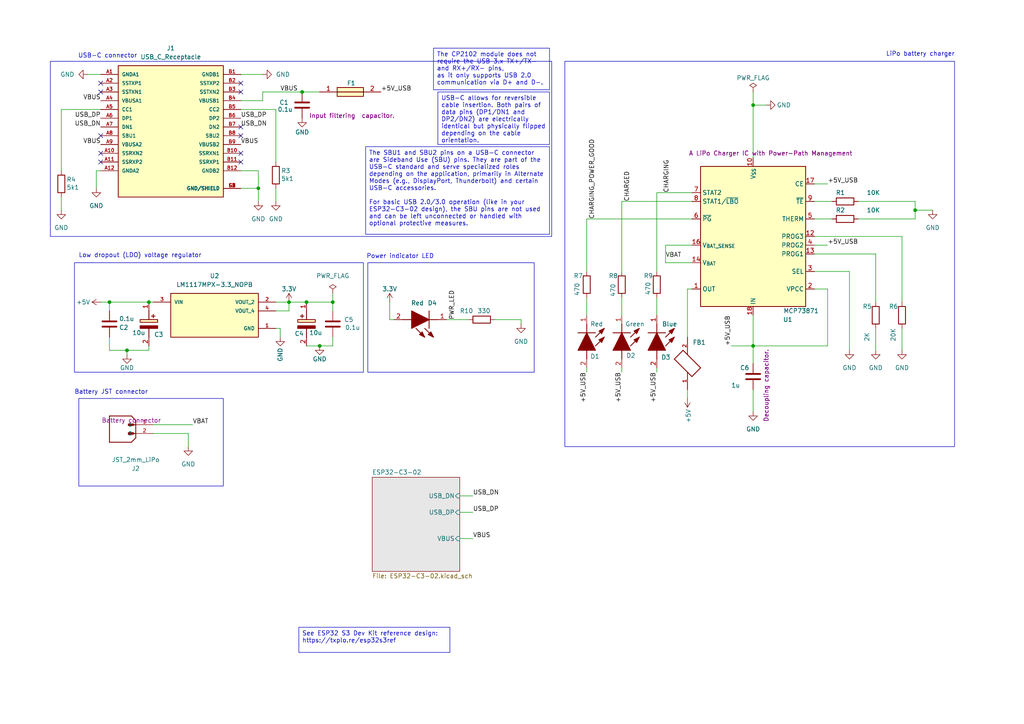
<source format=kicad_sch>
(kicad_sch (version 20250114) (generator "eeschema") (generator_version "9.0")
  (paper "A4")
  (title_block (title "ESP32 sensor board") (date "2024-11-22") (rev "1") (company "Tech Explorations") (comment 1 "Power and battery management"))
  (lib_symbols
    (symbol "B2B-PH-SM4-TB:B2B-PH-SM4-TB" (pin_names (offset 1.016))
      (property "Reference" "J" (at 0 6.35 0))
      (property "Value" "B2B-PH-SM4-TB" (at 0 -5.08 0))
      (symbol "B2B-PH-SM4-TB_0_0"
        (polyline (pts (xy 0 3.81) (xy 0 2.54)) (stroke (width 0.254)))
        (polyline (pts (xy 0 3.81) (xy 1.27 5.08)) (stroke (width 0.254)))
        (polyline (pts (xy 0 2.54) (xy 0 -1.27)) (stroke (width 0.254)))
        (polyline (pts (xy 0 2.54) (xy 1.905 2.54)) (stroke (width 0.254)))
        (polyline (pts (xy 0 0) (xy 1.905 0)) (stroke (width 0.254)))
        (polyline (pts (xy 0 -1.27) (xy 1.27 -2.54)) (stroke (width 0.254)))
        (rectangle (start 0.635 2.2225) (end 2.2225 2.8575) (stroke (width 0.1)) (fill (type outline)))
        (rectangle (start 0.635 -0.3175) (end 2.2225 0.3175) (stroke (width 0.1)) (fill (type outline)))
        (polyline (pts (xy 1.27 -2.54) (xy 7.62 -2.54)) (stroke (width 0.254)))
        (polyline (pts (xy 7.62 5.08) (xy 1.27 5.08)) (stroke (width 0.254)))
        (polyline (pts (xy 7.62 -2.54) (xy 7.62 5.08)) (stroke (width 0.254)))
        (pin passive line (at -5.08 2.54 0) (length 5.08) (name "1") (number "1"))
        (pin passive line (at -5.08 0 0) (length 5.08) (name "2") (number "2"))
      )
    )
    (symbol "Battery_Management:MCP73871"
      (property "Reference" "U" (at -7.62 24.13 0))
      (property "Value" "MCP73871" (at -15.24 21.59 0))
      (symbol "MCP73871_0_1"
        (rectangle (start -15.24 20.32) (end 15.24 -20.32) (stroke (width 0.254)) (fill (type background)))
      )
      (symbol "MCP73871_1_1"
        (pin input line (at -17.78 15.24 0) (length 2.54) (name "VPCC") (number "2"))
        (pin input line (at -17.78 10.16 0) (length 2.54) (name "SEL") (number "3"))
        (pin bidirectional line (at -17.78 5.08 0) (length 2.54) (name "PROG1") (number "13"))
        (pin input line (at -17.78 2.54 0) (length 2.54) (name "PROG2") (number "4"))
        (pin bidirectional line (at -17.78 0 0) (length 2.54) (name "PROG3") (number "12"))
        (pin bidirectional line (at -17.78 -5.08 0) (length 2.54) (name "THERM") (number "5"))
        (pin input line (at -17.78 -10.16 0) (length 2.54) (name "~{TE}") (number "9"))
        (pin input line (at -17.78 -15.24 0) (length 2.54) (name "CE") (number "17"))
        (pin power_in line (at 0 22.86 270) (length 2.54) (name "IN") (number "18"))
        (pin passive line (at 0 22.86 270) (length 2.54) (hide yes) (name "IN") (number "19"))
        (pin power_in line (at 0 -22.86 90) (length 2.54) (name "V_{SS}") (number "10"))
        (pin passive line (at 0 -22.86 90) (length 2.54) (hide yes) (name "V_{SS}") (number "11"))
        (pin passive line (at 0 -22.86 90) (length 2.54) (hide yes) (name "V_{SS}") (number "21"))
        (pin power_out line (at 17.78 15.24 180) (length 2.54) (name "OUT") (number "1"))
        (pin passive line (at 17.78 15.24 180) (length 2.54) (hide yes) (name "OUT") (number "20"))
        (pin power_out line (at 17.78 7.62 180) (length 2.54) (name "V_{BAT}") (number "14"))
        (pin passive line (at 17.78 7.62 180) (length 2.54) (hide yes) (name "V_{BAT}") (number "15"))
        (pin input line (at 17.78 2.54 180) (length 2.54) (name "V_{BAT_SENSE}") (number "16"))
        (pin open_collector line (at 17.78 -5.08 180) (length 2.54) (name "~{PG}") (number "6"))
        (pin open_collector line (at 17.78 -10.16 180) (length 2.54) (name "STAT1/~{LBO}") (number "8"))
        (pin open_collector line (at 17.78 -12.7 180) (length 2.54) (name "STAT2") (number "7"))
      )
    )
    (symbol "Device:R" (pin_numbers (hide yes)) (pin_names (offset 0))
      (property "Reference" "R" (at 2.032 0 90))
      (property "Value" "R" (at 0 0 90))
      (symbol "R_0_1"
        (rectangle (start -1.016 -2.54) (end 1.016 2.54) (stroke (width 0.254)))
      )
      (symbol "R_1_1"
        (pin passive line (at 0 3.81 270) (length 1.27) (name "~") (number "1"))
        (pin passive line (at 0 -3.81 90) (length 1.27) (name "~") (number "2"))
      )
    )
    (symbol "FBMJ2125HM330-T:FBMJ2125HM330-T" (pin_names (offset 1.016))
      (property "Reference" "FB" (at -7.6244 5.0815 0))
      (property "Value" "FBMJ2125HM330-T" (at -7.63 -7.6266 0))
      (symbol "FBMJ2125HM330-T_0_0"
        (polyline (pts (xy -3.81 -1.27) (xy -1.27 -3.81)) (stroke (width 0.254)))
        (polyline (pts (xy -1.27 -3.81) (xy 3.81 1.27)) (stroke (width 0.254)))
        (polyline (pts (xy 1.27 3.81) (xy -3.81 -1.27)) (stroke (width 0.254)))
        (polyline (pts (xy 3.81 1.27) (xy 1.27 3.81)) (stroke (width 0.254)))
        (pin passive line (at -7.62 0 0) (length 5.08) (name "~") (number "1"))
        (pin passive line (at 7.62 0 180) (length 5.08) (name "~") (number "2"))
      )
    )
    (symbol "LM1117MPX-3.3_NOPB:LM1117MPX-3.3_NOPB" (pin_names (offset 1.016))
      (property "Reference" "VR" (at -12.7 6.08 0))
      (property "Value" "LM1117MPX-3.3_NOPB" (at -12.7 -9.08 0))
      (symbol "LM1117MPX-3.3_NOPB_0_0"
        (rectangle (start -12.7 -7.62) (end 12.7 5.08) (stroke (width 0.254)) (fill (type background)))
        (pin input line (at -17.78 2.54 0) (length 5.08) (name "VIN") (number "3"))
        (pin output line (at 17.78 2.54 180) (length 5.08) (name "VOUT_2") (number "2"))
        (pin output line (at 17.78 0 180) (length 5.08) (name "VOUT_4") (number "4"))
        (pin power_in line (at 17.78 -5.08 180) (length 5.08) (name "GND") (number "1"))
      )
    )
    (symbol "LTST-C170GKT:LTST-C170GKT" (pin_names (hide yes))
      (property "Reference" "LED" (at 12.7 8.89 0))
      (property "Value" "LTST-C170GKT" (at 12.7 6.35 0))
      (symbol "LTST-C170GKT_1_1"
        (polyline (pts (xy 2.54 0) (xy 5.08 0)) (stroke (width 0.254)))
        (polyline (pts (xy 5.08 2.54) (xy 5.08 -2.54)) (stroke (width 0.254)))
        (polyline (pts (xy 5.08 0) (xy 10.16 2.54) (xy 10.16 -2.54) (xy 5.08 0)) (stroke (width 0.254)) (fill (type outline)))
        (polyline (pts (xy 5.334 4.318) (xy 4.572 3.556) (xy 3.81 5.08) (xy 5.334 4.318)) (stroke (width 0.254)) (fill (type outline)))
        (polyline (pts (xy 6.35 2.54) (xy 3.81 5.08)) (stroke (width 0.254)))
        (polyline (pts (xy 7.874 4.318) (xy 7.112 3.556) (xy 6.35 5.08) (xy 7.874 4.318)) (stroke (width 0.254)) (fill (type outline)))
        (polyline (pts (xy 8.89 2.54) (xy 6.35 5.08)) (stroke (width 0.254)))
        (polyline (pts (xy 10.16 0) (xy 12.7 0)) (stroke (width 0.254)))
        (pin passive line (at 0 0 0) (length 2.54) (name "K") (number "1"))
        (pin passive line (at 15.24 0 180) (length 2.54) (name "A") (number "2"))
      )
    )
    (symbol "LTST-C170KRKT:LTST-C170KRKT" (pin_names (hide yes))
      (property "Reference" "LED" (at 12.7 8.89 0))
      (property "Value" "LTST-C170KRKT" (at 12.7 6.35 0))
      (symbol "LTST-C170KRKT_1_1"
        (polyline (pts (xy 2.54 0) (xy 5.08 0)) (stroke (width 0.254)))
        (polyline (pts (xy 5.08 2.54) (xy 5.08 -2.54)) (stroke (width 0.254)))
        (polyline (pts (xy 5.08 0) (xy 10.16 2.54) (xy 10.16 -2.54) (xy 5.08 0)) (stroke (width 0.254)) (fill (type outline)))
        (polyline (pts (xy 5.334 4.318) (xy 4.572 3.556) (xy 3.81 5.08) (xy 5.334 4.318)) (stroke (width 0.254)) (fill (type outline)))
        (polyline (pts (xy 6.35 2.54) (xy 3.81 5.08)) (stroke (width 0.254)))
        (polyline (pts (xy 7.874 4.318) (xy 7.112 3.556) (xy 6.35 5.08) (xy 7.874 4.318)) (stroke (width 0.254)) (fill (type outline)))
        (polyline (pts (xy 8.89 2.54) (xy 6.35 5.08)) (stroke (width 0.254)))
        (polyline (pts (xy 10.16 0) (xy 12.7 0)) (stroke (width 0.254)))
        (pin passive line (at 0 0 0) (length 2.54) (name "K") (number "1"))
        (pin passive line (at 15.24 0 180) (length 2.54) (name "A") (number "2"))
      )
    )
    (symbol "LTST-C170TBKT:LTST-C170TBKT" (pin_names (hide yes))
      (property "Reference" "LED" (at 12.7 8.89 0))
      (property "Value" "LTST-C170TBKT" (at 12.7 6.35 0))
      (symbol "LTST-C170TBKT_1_1"
        (polyline (pts (xy 2.54 0) (xy 5.08 0)) (stroke (width 0.254)))
        (polyline (pts (xy 5.08 2.54) (xy 5.08 -2.54)) (stroke (width 0.254)))
        (polyline (pts (xy 5.08 0) (xy 10.16 2.54) (xy 10.16 -2.54) (xy 5.08 0)) (stroke (width 0.254)) (fill (type outline)))
        (polyline (pts (xy 5.334 4.318) (xy 4.572 3.556) (xy 3.81 5.08) (xy 5.334 4.318)) (stroke (width 0.254)) (fill (type outline)))
        (polyline (pts (xy 6.35 2.54) (xy 3.81 5.08)) (stroke (width 0.254)))
        (polyline (pts (xy 7.874 4.318) (xy 7.112 3.556) (xy 6.35 5.08) (xy 7.874 4.318)) (stroke (width 0.254)) (fill (type outline)))
        (polyline (pts (xy 8.89 2.54) (xy 6.35 5.08)) (stroke (width 0.254)))
        (polyline (pts (xy 10.16 0) (xy 12.7 0)) (stroke (width 0.254)))
        (pin passive line (at 0 0 0) (length 2.54) (name "K") (number "1"))
        (pin passive line (at 15.24 0 180) (length 2.54) (name "A") (number "2"))
      )
    )
    (symbol "SS-52400-002:SS-52400-002" (pin_names (offset 1.016))
      (property "Reference" "J" (at -15.24 19.05 0))
      (property "Value" "SS-52400-002" (at -15.24 -22.86 0))
      (symbol "SS-52400-002_0_0"
        (rectangle (start -15.24 -20.32) (end 15.24 17.78) (stroke (width 0.254)) (fill (type background)))
        (pin power_in line (at -20.32 15.24 0) (length 5.08) (name "GNDA1") (number "A1"))
        (pin bidirectional line (at -20.32 12.7 0) (length 5.08) (name "SSTXP1") (number "A2"))
        (pin bidirectional line (at -20.32 10.16 0) (length 5.08) (name "SSTXN1") (number "A3"))
        (pin power_in line (at -20.32 7.62 0) (length 5.08) (name "VBUSA1") (number "A4"))
        (pin bidirectional line (at -20.32 5.08 0) (length 5.08) (name "CC1") (number "A5"))
        (pin bidirectional line (at -20.32 2.54 0) (length 5.08) (name "DP1") (number "A6"))
        (pin bidirectional line (at -20.32 0 0) (length 5.08) (name "DN1") (number "A7"))
        (pin bidirectional line (at -20.32 -2.54 0) (length 5.08) (name "SBU1") (number "A8"))
        (pin power_in line (at -20.32 -5.08 0) (length 5.08) (name "VBUSA2") (number "A9"))
        (pin bidirectional line (at -20.32 -7.62 0) (length 5.08) (name "SSRXN2") (number "A10"))
        (pin bidirectional line (at -20.32 -10.16 0) (length 5.08) (name "SSRXP2") (number "A11"))
        (pin power_in line (at -20.32 -12.7 0) (length 5.08) (name "GNDA2") (number "A12"))
        (pin power_in line (at 20.32 15.24 180) (length 5.08) (name "GNDB1") (number "B1"))
        (pin bidirectional line (at 20.32 12.7 180) (length 5.08) (name "SSTXP2") (number "B2"))
        (pin bidirectional line (at 20.32 10.16 180) (length 5.08) (name "SSTXN2") (number "B3"))
        (pin power_in line (at 20.32 7.62 180) (length 5.08) (name "VBUSB1") (number "B4"))
        (pin bidirectional line (at 20.32 5.08 180) (length 5.08) (name "CC2") (number "B5"))
        (pin bidirectional line (at 20.32 2.54 180) (length 5.08) (name "DP2") (number "B6"))
        (pin bidirectional line (at 20.32 0 180) (length 5.08) (name "DN2") (number "B7"))
        (pin bidirectional line (at 20.32 -2.54 180) (length 5.08) (name "SBU2") (number "B8"))
        (pin power_in line (at 20.32 -5.08 180) (length 5.08) (name "VBUSB2") (number "B9"))
        (pin bidirectional line (at 20.32 -7.62 180) (length 5.08) (name "SSRXN1") (number "B10"))
        (pin bidirectional line (at 20.32 -10.16 180) (length 5.08) (name "SSRXP1") (number "B11"))
        (pin power_in line (at 20.32 -12.7 180) (length 5.08) (name "GNDB2") (number "B12"))
        (pin power_in line (at 20.32 -17.78 180) (length 5.08) (name "GND/SHIELD") (number "G1"))
        (pin power_in line (at 20.32 -17.78 180) (length 5.08) (name "GND/SHIELD") (number "G2"))
        (pin power_in line (at 20.32 -17.78 180) (length 5.08) (name "GND/SHIELD") (number "G3"))
        (pin power_in line (at 20.32 -17.78 180) (length 5.08) (name "GND/SHIELD") (number "G4"))
        (pin power_in line (at 20.32 -17.78 180) (length 5.08) (name "GND/SHIELD") (number "S1"))
        (pin power_in line (at 20.32 -17.78 180) (length 5.08) (name "GND/SHIELD") (number "S2"))
        (pin power_in line (at 20.32 -17.78 180) (length 5.08) (name "GND/SHIELD") (number "S3"))
        (pin power_in line (at 20.32 -17.78 180) (length 5.08) (name "GND/SHIELD") (number "S4"))
      )
    )
    (symbol "SamacSys_Parts:0ZCH0110AF2E" (pin_names (hide yes))
      (property "Reference" "F" (at 13.97 6.35 0))
      (property "Value" "0ZCH0110AF2E" (at 13.97 3.81 0))
      (symbol "0ZCH0110AF2E_1_1"
        (rectangle (start 5.08 1.27) (end 12.7 -1.27) (stroke (width 0.254)) (fill (type background)))
        (polyline (pts (xy 5.08 0) (xy 12.7 0)) (stroke (width 0.254)))
        (pin passive line (at 0 0 0) (length 5.08) (name "1") (number "1"))
        (pin passive line (at 17.78 0 180) (length 5.08) (name "2") (number "2"))
      )
    )
    (symbol "SparkFun-Capacitor:C" (pin_numbers (hide yes)) (pin_names (offset 0.254))
      (property "Reference" "C" (at 0.635 2.54 0))
      (property "Value" "C" (at 0.635 -2.54 0))
      (property "Voltage" "1kV" (at 0 -6.35 0))
      (property "Tolerance" "100%" (at 0 -8.89 0))
      (symbol "C_0_1"
        (polyline (pts (xy -2.032 0.762) (xy 2.032 0.762)) (stroke (width 0.508)))
        (polyline (pts (xy -2.032 -0.762) (xy 2.032 -0.762)) (stroke (width 0.508)))
      )
      (symbol "C_1_1"
        (pin passive line (at 0 3.81 270) (length 2.794) (name "~") (number "1"))
        (pin passive line (at 0 -3.81 90) (length 2.794) (name "~") (number "2"))
      )
    )
    (symbol "SparkFun-PowerSymbol:3.3V" (power) (pin_names (offset 0))
      (property "Value" "3.3V" (at 0 3.81 0))
      (symbol "3.3V_0_1"
        (polyline (pts (xy -0.762 1.27) (xy 0 2.54)))
        (polyline (pts (xy 0 2.54) (xy 0.762 1.27)))
        (polyline (pts (xy 0 0) (xy 0 2.54)))
      )
      (symbol "3.3V_1_1"
        (pin power_in line (at 0 0 90) (length 0) (hide yes) (name "3.3V") (number "1"))
      )
    )
    (symbol "T491A106K010AT7280:T491A106K010AT7280" (pin_names (hide yes))
      (property "Reference" "C" (at 8.89 6.35 0))
      (property "Value" "T491A106K010AT7280" (at 8.89 3.81 0))
      (symbol "T491A106K010AT7280_1_1"
        (polyline (pts (xy 2.54 0) (xy 5.08 0)) (stroke (width 0.254)))
        (polyline (pts (xy 4.064 1.778) (xy 4.064 0.762)) (stroke (width 0.254)))
        (polyline (pts (xy 4.572 1.27) (xy 3.556 1.27)) (stroke (width 0.254)))
        (rectangle (start 5.08 2.54) (end 5.842 -2.54) (stroke (width 0.254)) (fill (type background)))
        (polyline (pts (xy 7.62 2.54) (xy 7.62 -2.54) (xy 6.858 -2.54) (xy 6.858 2.54) (xy 7.62 2.54)) (stroke (width 0.254)) (fill (type outline)))
        (polyline (pts (xy 7.62 0) (xy 10.16 0)) (stroke (width 0.254)))
        (pin passive line (at 0 0 0) (length 2.54) (name "+") (number "1"))
        (pin passive line (at 12.7 0 180) (length 2.54) (name "-") (number "2"))
      )
    )
    (symbol "power:+5V" (power) (pin_numbers (hide yes)) (pin_names (offset 0) (hide yes))
      (property "Value" "+5V" (at 0 3.556 0))
      (symbol "+5V_0_1"
        (polyline (pts (xy -0.762 1.27) (xy 0 2.54)))
        (polyline (pts (xy 0 2.54) (xy 0.762 1.27)))
        (polyline (pts (xy 0 0) (xy 0 2.54)))
      )
      (symbol "+5V_1_1"
        (pin power_in line (at 0 0 90) (length 0) (name "~") (number "1"))
      )
    )
    (symbol "power:GND" (power) (pin_names (offset 0))
      (property "Value" "GND" (at 0 -3.81 0))
      (symbol "GND_0_1"
        (polyline (pts (xy 0 0) (xy 0 -1.27) (xy 1.27 -1.27) (xy 0 -2.54) (xy -1.27 -1.27) (xy 0 -1.27)))
      )
      (symbol "GND_1_1"
        (pin power_in line (at 0 0 270) (length 0) (hide yes) (name "GND") (number "1"))
      )
    )
    (symbol "power:PWR_FLAG" (power) (pin_numbers (hide yes)) (pin_names (offset 0) (hide yes))
      (property "Value" "PWR_FLAG" (at 0 3.81 0))
      (symbol "PWR_FLAG_0_0"
        (pin power_out line (at 0 0 90) (length 0) (name "pwr") (number "1"))
      )
      (symbol "PWR_FLAG_0_1"
        (polyline (pts (xy 0 0) (xy 0 1.27) (xy -1.016 1.905) (xy 0 2.54) (xy 1.016 1.905) (xy 0 1.27)))
      )
    )
  )
  (rectangle (start 22.86 115.57) (end 64.77 140.97))
  (rectangle (start 163.83 17.78) (end 276.86 129.54))
  (rectangle (start 21.59 76.2) (end 105.41 107.95))
  (rectangle (start 14.605 17.78) (end 160.02 68.58))
  (rectangle (start 106.68 76.2) (end 154.94 107.95))
  (text "USB-C connector" (at 31.242 16.256 0) (effects (font (size 1.27 1.27))))
  (text "LiPo battery charger" (at 266.954 15.748 0) (effects (font (size 1.27 1.27))))
  (text "Power indicator LED" (at 116.078 74.422 0) (effects (font (size 1.27 1.27))))
  (text "Low dropout (LDO) voltage regulator" (at 40.64 74.168 0) (effects (font (size 1.27 1.27))))
  (text "Battery JST connector" (at 32.258 113.792 0) (effects (font (size 1.27 1.27))))
  (text_box "The CP2102 module does not require the USB 3.x TX+/TX- and RX+/RX- pins, \nas it only supports USB 2.0 communication via D+ and D-." (at 125.73 13.97 0) (size 33.655 12.065) (margins 0.9525 0.9525 0.9525 0.9525) (effects (font (size 1.27 1.27)) (justify left top)))
  (text_box "See ESP32 S3 Dev Kit reference design:\nhttps://txplo.re/esp32s3ref" (at 86.6775 181.9275 0) (size 43.815 7.3025) (margins 0.9525 0.9525 0.9525 0.9525) (effects (font (size 1.27 1.27)) (justify left top)))
  (text_box "The SBU1 and SBU2 pins on a USB-C connector are Sideband Use (SBU) pins. They are part of the USB-C standard and serve specialized roles depending on the application, primarily in Alternate Modes (e.g., DisplayPort, Thunderbolt) and certain USB-C accessories.\n\nFor basic USB 2.0/3.0 operation (like in your ESP32-C3-02 design), the SBU pins are not used and can be left unconnected or handled with optional protective measures." (exclude_from_sim yes) (at 106.045 42.545 0) (size 53.34 25.4) (margins 0.9525 0.9525 0.9525 0.9525) (effects (font (size 1.27 1.27)) (justify left top)))
  (text_box "USB-C allows for reversible cable insertion. Both pairs of data pins (DP1/DN1 and DP2/DN2) are electrically identical but physically flipped depending on the cable orientation." (at 127 26.67 0) (size 32.385 15.24) (margins 0.9525 0.9525 0.9525 0.9525) (effects (font (size 1.27 1.27)) (justify left top)))
  (junction (at 92.71 100.33))
  (junction (at 36.83 101.6))
  (junction (at 218.44 100.33))
  (junction (at 265.43 60.96))
  (junction (at 87.63 26.67))
  (junction (at 88.9 87.63))
  (junction (at 218.44 30.48))
  (junction (at 43.18 87.63))
  (junction (at 96.52 87.63))
  (junction (at 31.75 87.63))
  (junction (at 83.82 87.63))
  (junction (at 74.93 54.61))
  (no_connect (at 29.21 39.37))
  (no_connect (at 29.21 24.13))
  (no_connect (at 69.85 26.67))
  (no_connect (at 69.85 44.45))
  (no_connect (at 69.85 46.99))
  (no_connect (at 69.85 39.37))
  (no_connect (at 29.21 46.99))
  (no_connect (at 69.85 36.83))
  (no_connect (at 29.21 44.45))
  (no_connect (at 69.85 24.13))
  (no_connect (at 29.21 26.67))
  (wire (pts (xy 133.35 143.8275) (xy 137.16 143.8275)))
  (wire (pts (xy 27.94 49.53) (xy 27.94 54.61)))
  (wire (pts (xy 74.93 54.61) (xy 74.93 58.42)))
  (wire (pts (xy 69.85 49.53) (xy 74.93 49.53)))
  (wire (pts (xy 199.39 83.82) (xy 199.39 97.79)))
  (wire (pts (xy 76.2 26.67) (xy 76.2 29.21)))
  (wire (pts (xy 236.22 73.66) (xy 254 73.66)))
  (wire (pts (xy 129.54 92.71) (xy 135.89 92.71)))
  (wire (pts (xy 218.44 100.33) (xy 218.44 105.41)))
  (wire (pts (xy 69.85 21.59) (xy 76.2 21.59)))
  (wire (pts (xy 133.35 148.59) (xy 137.16 148.59)))
  (wire (pts (xy 43.18 100.33) (xy 43.18 101.6)))
  (wire (pts (xy 222.25 30.48) (xy 218.44 30.48)))
  (wire (pts (xy 31.75 101.6) (xy 31.75 97.79)))
  (wire (pts (xy 151.13 92.71) (xy 151.13 93.98)))
  (wire (pts (xy 261.62 87.63) (xy 261.62 68.58)))
  (wire (pts (xy 76.2 29.21) (xy 69.85 29.21)))
  (wire (pts (xy 240.03 71.12) (xy 236.22 71.12)))
  (wire (pts (xy 80.01 31.75) (xy 80.01 46.99)))
  (wire (pts (xy 36.83 101.6) (xy 43.18 101.6)))
  (wire (pts (xy 218.44 113.03) (xy 218.44 119.38)))
  (wire (pts (xy 25.4 21.59) (xy 29.21 21.59)))
  (wire (pts (xy 113.03 92.71) (xy 113.03 87.63)))
  (wire (pts (xy 218.44 91.44) (xy 218.44 100.33)))
  (wire (pts (xy 29.21 31.75) (xy 17.78 31.75)))
  (wire (pts (xy 113.03 92.71) (xy 114.3 92.71)))
  (wire (pts (xy 170.18 63.5) (xy 200.66 63.5)))
  (wire (pts (xy 261.62 95.25) (xy 261.62 101.6)))
  (wire (pts (xy 218.44 26.67) (xy 218.44 30.48)))
  (wire (pts (xy 29.21 49.53) (xy 27.94 49.53)))
  (wire (pts (xy 69.85 31.75) (xy 80.01 31.75)))
  (wire (pts (xy 17.78 57.15) (xy 17.78 60.96)))
  (wire (pts (xy 246.38 78.74) (xy 246.38 101.6)))
  (wire (pts (xy 190.5 86.36) (xy 190.5 91.44)))
  (wire (pts (xy 31.75 90.17) (xy 31.75 87.63)))
  (wire (pts (xy 193.04 71.12) (xy 193.04 76.2)))
  (wire (pts (xy 69.85 54.61) (xy 74.93 54.61)))
  (wire (pts (xy 180.34 58.42) (xy 200.66 58.42)))
  (wire (pts (xy 17.78 31.75) (xy 17.78 49.53)))
  (wire (pts (xy 43.18 87.63) (xy 44.45 87.63)))
  (wire (pts (xy 31.75 101.6) (xy 36.83 101.6)))
  (wire (pts (xy 240.03 83.82) (xy 240.03 100.33)))
  (wire (pts (xy 87.63 26.67) (xy 92.71 26.67)))
  (wire (pts (xy 236.22 83.82) (xy 240.03 83.82)))
  (wire (pts (xy 270.51 60.96) (xy 265.43 60.96)))
  (wire (pts (xy 236.22 63.5) (xy 241.3 63.5)))
  (wire (pts (xy 92.71 100.33) (xy 96.52 100.33)))
  (wire (pts (xy 80.01 54.61) (xy 80.01 58.42)))
  (wire (pts (xy 133.35 156.21) (xy 137.16 156.21)))
  (wire (pts (xy 83.82 87.63) (xy 88.9 87.63)))
  (wire (pts (xy 88.9 87.63) (xy 96.52 87.63)))
  (wire (pts (xy 80.01 90.17) (xy 83.82 90.17)))
  (wire (pts (xy 143.51 92.71) (xy 151.13 92.71)))
  (wire (pts (xy 44.45 125.73) (xy 54.61 125.73)))
  (wire (pts (xy 180.34 58.42) (xy 180.34 78.74)))
  (wire (pts (xy 96.52 100.33) (xy 96.52 97.79)))
  (wire (pts (xy 254 73.66) (xy 254 87.63)))
  (wire (pts (xy 88.9 100.33) (xy 92.71 100.33)))
  (wire (pts (xy 44.45 123.19) (xy 55.88 123.19)))
  (wire (pts (xy 240.03 53.34) (xy 236.22 53.34)))
  (wire (pts (xy 265.43 60.96) (xy 265.43 63.5)))
  (wire (pts (xy 236.22 58.42) (xy 241.3 58.42)))
  (wire (pts (xy 193.04 71.12) (xy 200.66 71.12)))
  (wire (pts (xy 180.34 86.36) (xy 180.34 91.44)))
  (wire (pts (xy 248.92 63.5) (xy 265.43 63.5)))
  (wire (pts (xy 81.28 95.25) (xy 81.28 97.79)))
  (wire (pts (xy 254 95.25) (xy 254 101.6)))
  (wire (pts (xy 199.39 113.03) (xy 199.39 115.57)))
  (wire (pts (xy 218.44 30.48) (xy 218.44 45.72)))
  (wire (pts (xy 265.43 58.42) (xy 265.43 60.96)))
  (wire (pts (xy 261.62 68.58) (xy 236.22 68.58)))
  (wire (pts (xy 200.66 76.2) (xy 193.04 76.2)))
  (wire (pts (xy 218.44 100.33) (xy 240.03 100.33)))
  (wire (pts (xy 190.5 106.68) (xy 190.5 107.95)))
  (wire (pts (xy 83.82 90.17) (xy 83.82 87.63)))
  (wire (pts (xy 212.09 100.33) (xy 218.44 100.33)))
  (wire (pts (xy 80.01 95.25) (xy 81.28 95.25)))
  (wire (pts (xy 96.52 85.09) (xy 96.52 87.63)))
  (wire (pts (xy 170.18 106.68) (xy 170.18 107.95)))
  (wire (pts (xy 200.66 55.88) (xy 190.5 55.88)))
  (wire (pts (xy 200.66 83.82) (xy 199.39 83.82)))
  (wire (pts (xy 76.2 26.67) (xy 87.63 26.67)))
  (wire (pts (xy 36.83 102.87) (xy 36.83 101.6)))
  (wire (pts (xy 80.01 87.63) (xy 83.82 87.63)))
  (wire (pts (xy 170.18 86.36) (xy 170.18 91.44)))
  (wire (pts (xy 170.18 78.74) (xy 170.18 63.5)))
  (wire (pts (xy 31.75 87.63) (xy 43.18 87.63)))
  (wire (pts (xy 236.22 78.74) (xy 246.38 78.74)))
  (wire (pts (xy 180.34 106.68) (xy 180.34 107.95)))
  (wire (pts (xy 190.5 55.88) (xy 190.5 78.74)))
  (wire (pts (xy 54.61 125.73) (xy 54.61 129.54)))
  (wire (pts (xy 96.52 90.17) (xy 96.52 87.63)))
  (wire (pts (xy 74.93 49.53) (xy 74.93 54.61)))
  (wire (pts (xy 248.92 58.42) (xy 265.43 58.42)))
  (wire (pts (xy 29.21 87.63) (xy 31.75 87.63)))
  (label "VBUS" (at 29.21 41.91 180))
  (label "VBAT" (at 55.88 123.19 0))
  (label "CHARGING_POWER_GOOD" (at 172.72 63.5 90))
  (label "VBUS" (at 137.16 156.21 0))
  (label "VBUS" (at 29.21 29.21 180))
  (label "+5V_USB" (at 180.34 107.95 270))
  (label "USB_DN" (at 29.21 36.83 180))
  (label "+5V_USB" (at 240.03 53.34 0))
  (label "USB_DP" (at 137.16 148.59 0))
  (label "PWR_LED" (at 132.08 92.71 90))
  (label "USB_DP" (at 29.21 34.29 180))
  (label "CHARGING" (at 194.31 55.88 90))
  (label "+5V_USB" (at 240.03 71.12 0))
  (label "CHARGED" (at 182.88 58.42 90))
  (label "+5V_USB" (at 212.09 100.33 90))
  (label "VBUS" (at 69.85 41.91 0))
  (label "VBUS" (at 81.28 26.67 0))
  (label "+5V_USB" (at 110.49 26.67 0))
  (label "USB_DN" (at 137.16 143.8275 0))
  (label "+5V_USB" (at 170.18 107.95 270))
  (label "VBAT" (at 193.04 74.93 0))
  (label "USB_DN" (at 69.85 36.83 0))
  (label "+5V_USB" (at 190.5 107.95 270))
  (label "USB_DP" (at 69.85 34.29 0))
  (symbol (lib_id "T491A106K010AT7280:T491A106K010AT7280") (at 88.9 87.63 90) (mirror x) (unit 1)
    (property "Reference" "C4" (at 88.138 96.774 90) (effects (justify left)))
    (property "Value" "10u" (at 93.472 96.52 90) (effects (justify left)))
    (property "Footprint" "Footprints:T491A" (effects (hide yes)))
    (property "Datasheet" "https://content.kemet.com/datasheets/KEM_T2005_T491.pdf" (effects (hide yes)))
    (property "Description" "T491, Tantalum, MnO2 Tantalum, Commercial Grade, 10 uF, 10%, 10 VDC, 125C, -55C, 85C, SMD, MnO2, Molded, 6 % , 3.8 Ohms, 1000 nA, 58.6 mg, 3216, 1.6mm, Height Max = 1.8mm, 9000, 156  Weeks" (effects (hide yes)))
    (property "PROD_ID" "CAP-00000" (effects (hide yes)))
    (property "Voltage" "1kV" (effects (hide yes)))
    (property "Tolerance" "100%" (effects (hide yes)))
    (property "Purpose" "Output filtering  capacitor." (effects (hide yes)))
    (property "Manufacturer_Part_Number" "T491A106K010AT7280" (effects (hide yes)))
    (property "Height" "1.8" (effects (hide yes)))
    (property "Manufacturer_Name" "KEMET" (effects (hide yes)))
    (property "Mouser Part Number" "80-T491A106K107280" (effects (hide yes)))
    (property "Mouser Price/Stock" "https://www.mouser.co.uk/ProductDetail/KEMET/T491A106K010AT7280?qs=HIKTYMuL%252B9NxijI%252BZuzkYQ%3D%3D" (effects (hide yes)))
    (property "Arrow Part Number" "T491A106K010AT7280" (effects (hide yes)))
    (property "Arrow Price/Stock" "https://www.arrow.com/en/products/t491a106k010at7280/kemet-corporation?region=nac" (effects (hide yes)))
  )
  (symbol (lib_id "Device:R") (at 254 91.44 0) (unit 1)
    (property "Reference" "R5" (at 250.19 88.9 0) (effects (justify left)))
    (property "Value" "2K" (at 251.46 99.06 90) (effects (justify left)))
    (property "Footprint" "Resistor_SMD:R_0805_2012Metric" (effects (hide yes)))
    (property "Description" "Resistor" (effects (hide yes)))
    (property "Purpose" "Charge Current Regulator" (effects (hide yes)))
    (property "Instructions and notes" "A 2 kΩ resistor will result in a 500 mA charge current. **Calculation**: IREG=1000 VRPROG1I_{REG} = \\frac{1000\\ \\text{V}}{R_{PROG1}}" (effects (hide yes)))
    (property "PACKAGE" "0805 " (effects (hide yes)))
  )
  (symbol (lib_id "Device:R") (at 245.11 63.5 90) (unit 1)
    (property "Reference" "R2" (at 245.11 60.96 90) (effects (justify left)))
    (property "Value" "10K" (at 255.27 60.96 90) (effects (justify left)))
    (property "Footprint" "Resistor_SMD:R_0805_2012Metric" (effects (hide yes)))
    (property "Description" "Resistor" (effects (hide yes)))
    (property "Purpose" "Pull down resistor" (effects (hide yes)))
    (property "Instructions and notes" "I use a fixed resistor to disable temperature monitoring. If you want, replace this resistor with a 10 KOhm NTC thermistor." (effects (hide yes)))
    (property "PACKAGE" "0805" (effects (hide yes)))
  )
  (symbol (lib_id "Device:R") (at 170.18 82.55 0) (unit 1)
    (property "Reference" "R7" (at 166.37 80.01 0) (effects (justify left)))
    (property "Value" "470" (at 167.386 85.852 90) (effects (justify left)))
    (property "Footprint" "Resistor_SMD:R_0805_2012Metric" (effects (hide yes)))
    (property "Description" "Resistor" (effects (hide yes)))
    (property "Purpose" "Current limiting" (effects (hide yes)))
    (property "PACKAGE" "0805 " (effects (hide yes)))
  )
  (symbol (lib_id "LTST-C170KRKT:LTST-C170KRKT") (at 129.54 92.71 180) (unit 1)
    (property "Reference" "D4" (at 126.746 87.884 0) (effects (justify left)))
    (property "Value" "Red" (at 122.936 87.884 0) (effects (justify left)))
    (property "Footprint" "Footprints:LEDC2012X120N" (effects (hide yes)))
    (property "Datasheet" "https://componentsearchengine.com/Datasheets/1/LTST-C170KRKT.pdf" (effects (hide yes)))
    (property "Description" "Standard LEDs - SMD Red Clear 631nm" (effects (hide yes)))
    (property "PROD_ID" "DIO-17976" (effects (hide yes)))
    (property "Comments" "Download from https://componentsearchengine.com/part-view/LTST-C170KRKT/Lite-On" (effects (hide yes)))
    (property "Height" "1.2" (effects (hide yes)))
    (property "Manufacturer_Name" "Lite-On" (effects (hide yes)))
    (property "Manufacturer_Part_Number" "LTST-C170KRKT" (effects (hide yes)))
    (property "Mouser Part Number" "859-LTST-C170KRKT" (effects (hide yes)))
    (property "Mouser Price/Stock" "https://www.mouser.co.uk/ProductDetail/Lite-On/LTST-C170KRKT?qs=NUb82WqeCyrVOID%2Fxt4rgA%3D%3D" (effects (hide yes)))
    (property "Arrow Part Number" "LTST-C170KRKT" (effects (hide yes)))
    (property "Arrow Price/Stock" "https://www.arrow.com/en/products/ltst-c170krkt/lite-on-technology?utm_currency=USD&region=nac" (effects (hide yes)))
  )
  (symbol (lib_id "SparkFun-PowerSymbol:3.3V") (at 113.03 87.63 0) (unit 1)
    (property "Reference" "#PWR016" (effects (hide yes)))
    (property "Value" "3.3V" (at 113.03 83.82 0))
    (property "Description" "Power symbol creates a global label with name \"3.3V\"" (effects (hide yes)))
  )
  (symbol (lib_id "power:GND") (at 254 101.6 0) (unit 1)
    (property "Reference" "#PWR012" (effects (hide yes)))
    (property "Value" "GND" (at 254 106.68 0))
    (property "Description" "Power symbol creates a global label with name \"GND\" , ground" (effects (hide yes)))
  )
  (symbol (lib_id "power:GND") (at 151.13 93.98 0) (unit 1)
    (property "Reference" "#PWR017" (effects (hide yes)))
    (property "Value" "GND" (at 151.13 99.06 0))
    (property "Description" "Power symbol creates a global label with name \"GND\" , ground" (effects (hide yes)))
  )
  (symbol (lib_id "power:+5V") (at 199.39 115.57 180) (unit 1)
    (property "Reference" "#PWR06" (effects (hide yes)))
    (property "Value" "+5V" (at 199.644 118.618 90) (effects (justify left)))
    (property "Description" "Power symbol creates a global label with name \"+5V\"" (effects (hide yes)))
  )
  (symbol (lib_id "power:GND") (at 222.25 30.48 90) (unit 1)
    (property "Reference" "#PWR01" (effects (hide yes)))
    (property "Value" "GND" (at 225.298 30.48 90) (effects (justify right)))
    (property "Description" "Power symbol creates a global label with name \"GND\" , ground" (effects (hide yes)))
  )
  (symbol (lib_id "Device:R") (at 80.01 50.8 0) (unit 1)
    (property "Reference" "R3" (at 81.534 49.53 0) (effects (justify left)))
    (property "Value" "5k1" (at 81.534 51.816 0) (effects (justify left)))
    (property "Footprint" "Resistor_SMD:R_0805_2012Metric" (effects (hide yes)))
    (property "Description" "Resistor" (effects (hide yes)))
    (property "Purpose" "Current limiting" (effects (hide yes)))
    (property "PACKAGE" "0805 " (effects (hide yes)))
  )
  (symbol (lib_id "power:GND") (at 92.71 100.33 0) (unit 1)
    (property "Reference" "#PWR010" (effects (hide yes)))
    (property "Value" "GND" (at 92.71 104.14 0))
    (property "Description" "Power symbol creates a global label with name \"GND\" , ground" (effects (hide yes)))
  )
  (symbol (lib_id "Device:R") (at 139.7 92.71 270) (unit 1)
    (property "Reference" "R10" (at 133.35 90.17 90) (effects (justify left)))
    (property "Value" "330" (at 138.43 90.17 90) (effects (justify left)))
    (property "Footprint" "Resistor_SMD:R_0805_2012Metric" (effects (hide yes)))
    (property "Description" "Resistor" (effects (hide yes)))
    (property "Purpose" "Current limiting" (effects (hide yes)))
    (property "PACKAGE" "0805 " (effects (hide yes)))
  )
  (symbol (lib_id "power:GND") (at 87.63 34.29 0) (unit 1)
    (property "Reference" "#PWR03" (effects (hide yes)))
    (property "Value" "GND" (at 87.63 38.354 0))
    (property "Description" "Power symbol creates a global label with name \"GND\" , ground" (effects (hide yes)))
  )
  (symbol (lib_id "power:GND") (at 27.94 54.61 0) (unit 1)
    (property "Reference" "#PWR043" (effects (hide yes)))
    (property "Value" "GND" (at 27.94 59.69 0))
    (property "Description" "Power symbol creates a global label with name \"GND\" , ground" (effects (hide yes)))
  )
  (symbol (lib_id "SparkFun-Capacitor:C") (at 31.75 93.98 0) (unit 1)
    (property "Reference" "C2" (at 34.544 94.996 0) (effects (justify left)))
    (property "Value" "0.1u" (at 34.544 92.456 0) (effects (justify left)))
    (property "Footprint" "Capacitor_SMD:C_0805_2012Metric" (effects (hide yes)))
    (property "Datasheet" "https://cdn.sparkfun.com/assets/8/a/4/a/5/Kemet_Capacitor_Datasheet.pdf" (effects (hide yes)))
    (property "PROD_ID" "CAP-00000" (effects (hide yes)))
    (property "Voltage" "1kV" (effects (hide yes)))
    (property "Tolerance" "100%" (effects (hide yes)))
    (property "Purpose" "Bypass  capacitor." (effects (hide yes)))
  )
  (symbol (lib_id "T491A106K010AT7280:T491A106K010AT7280") (at 43.18 87.63 270) (unit 1)
    (property "Reference" "C3" (at 44.704 97.028 90) (effects (justify left)))
    (property "Value" "10u" (at 38.354 96.52 90) (effects (justify left)))
    (property "Footprint" "Footprints:T491A" (effects (hide yes)))
    (property "Datasheet" "https://content.kemet.com/datasheets/KEM_T2005_T491.pdf" (effects (hide yes)))
    (property "Description" "T491, Tantalum, MnO2 Tantalum, Commercial Grade, 10 uF, 10%, 10 VDC, 125C, -55C, 85C, SMD, MnO2, Molded, 6 % , 3.8 Ohms, 1000 nA, 58.6 mg, 3216, 1.6mm, Height Max = 1.8mm, 9000, 156  Weeks" (effects (hide yes)))
    (property "PROD_ID" "CAP-00000" (effects (hide yes)))
    (property "Voltage" "1kV" (effects (hide yes)))
    (property "Tolerance" "100%" (effects (hide yes)))
    (property "Purpose" "Input filtering  capacitor." (effects (hide yes)))
    (property "Manufacturer_Part_Number" "T491A106K010AT7280" (effects (hide yes)))
    (property "Comments" "Download this part from https://componentsearchengine.com/part-view/T491A106K010AT7280/KEMET" (effects (hide yes)))
    (property "Height" "1.8" (effects (hide yes)))
    (property "Manufacturer_Name" "KEMET" (effects (hide yes)))
    (property "Mouser Part Number" "80-T491A106K107280" (effects (hide yes)))
    (property "Mouser Price/Stock" "https://www.mouser.co.uk/ProductDetail/KEMET/T491A106K010AT7280?qs=HIKTYMuL%252B9NxijI%252BZuzkYQ%3D%3D" (effects (hide yes)))
    (property "Arrow Part Number" "T491A106K010AT7280" (effects (hide yes)))
    (property "Arrow Price/Stock" "https://www.arrow.com/en/products/t491a106k010at7280/kemet-corporation?region=nac" (effects (hide yes)))
  )
  (symbol (lib_id "power:PWR_FLAG") (at 96.52 85.09 0) (unit 1)
    (property "Reference" "#FLG02" (effects (hide yes)))
    (property "Value" "PWR_FLAG" (at 96.52 80.01 0))
    (property "Description" "Special symbol for telling ERC where power comes from" (effects (hide yes)))
  )
  (symbol (lib_id "Device:R") (at 180.34 82.55 0) (unit 1)
    (property "Reference" "R8" (at 176.53 80.01 0) (effects (justify left)))
    (property "Value" "470" (at 177.8 86.106 90) (effects (justify left)))
    (property "Footprint" "Resistor_SMD:R_0805_2012Metric" (effects (hide yes)))
    (property "Description" "Resistor" (effects (hide yes)))
    (property "Purpose" "Current limiting" (effects (hide yes)))
    (property "PACKAGE" "0805 " (effects (hide yes)))
  )
  (symbol (lib_id "LTST-C170KRKT:LTST-C170KRKT") (at 170.18 91.44 270) (unit 1)
    (property "Reference" "D1" (at 171.196 103.378 90) (effects (justify left)))
    (property "Value" "Red" (at 171.196 93.98 90) (effects (justify left)))
    (property "Footprint" "Footprints:LEDC2012X120N" (effects (hide yes)))
    (property "Datasheet" "https://componentsearchengine.com/Datasheets/1/LTST-C170KRKT.pdf" (effects (hide yes)))
    (property "Description" "Standard LEDs - SMD Red Clear 631nm" (effects (hide yes)))
    (property "PROD_ID" "DIO-17976" (effects (hide yes)))
    (property "Height" "1.2" (effects (hide yes)))
    (property "Manufacturer_Name" "Lite-On" (effects (hide yes)))
    (property "Manufacturer_Part_Number" "LTST-C170KRKT" (effects (hide yes)))
    (property "Mouser Part Number" "859-LTST-C170KRKT" (effects (hide yes)))
    (property "Mouser Price/Stock" "https://www.mouser.co.uk/ProductDetail/Lite-On/LTST-C170KRKT?qs=NUb82WqeCyrVOID%2Fxt4rgA%3D%3D" (effects (hide yes)))
    (property "Arrow Part Number" "LTST-C170KRKT" (effects (hide yes)))
    (property "Arrow Price/Stock" "https://www.arrow.com/en/products/ltst-c170krkt/lite-on-technology?utm_currency=USD&region=nac" (effects (hide yes)))
  )
  (symbol (lib_id "power:GND") (at 36.83 102.87 0) (unit 1)
    (property "Reference" "#PWR061" (effects (hide yes)))
    (property "Value" "GND" (at 36.83 106.68 0))
    (property "Description" "Power symbol creates a global label with name \"GND\" , ground" (effects (hide yes)))
  )
  (symbol (lib_id "power:GND") (at 270.51 60.96 0) (unit 1)
    (property "Reference" "#PWR02" (effects (hide yes)))
    (property "Value" "GND" (at 270.51 66.04 0))
    (property "Description" "Power symbol creates a global label with name \"GND\" , ground" (effects (hide yes)))
  )
  (symbol (lib_id "power:GND") (at 76.2 21.59 90) (unit 1)
    (property "Reference" "#PWR047" (effects (hide yes)))
    (property "Value" "GND" (at 80.01 21.5899 90) (effects (justify right)))
    (property "Description" "Power symbol creates a global label with name \"GND\" , ground" (effects (hide yes)))
  )
  (symbol (lib_id "FBMJ2125HM330-T:FBMJ2125HM330-T") (at 199.39 105.41 90) (unit 1)
    (property "Reference" "FB1" (at 200.914 99.314 90) (effects (justify right)))
    (property "Value" "FBMJ2125HM330-T" (effects (hide yes)))
    (property "Footprint" "Footprints:BEADC2012X105N" (effects (hide yes)))
    (property "MF" "Taiyo Yuden" (effects (hide yes)))
    (property "Description_1" "33 Ohms @ 100 MHz 1 Power Line Ferrite Bead 0805 (2012 Metric) 4A 8mOhm" (effects (hide yes)))
    (property "Package" "2012 Taiyo Yuden" (effects (hide yes)))
    (property "Price" "None" (effects (hide yes)))
    (property "SnapEDA_Link" "https://www.snapeda.com/parts/FBMJ2125HM330-T/Taiyo+Yuden/view-part/?ref=snap" (effects (hide yes)))
    (property "MP" "FBMJ2125HM330-T" (effects (hide yes)))
    (property "Availability" "In Stock" (effects (hide yes)))
    (property "Check_prices" "https://www.snapeda.com/parts/FBMJ2125HM330-T/Taiyo+Yuden/view-part/?ref=eda" (effects (hide yes)))
  )
  (symbol (lib_id "power:GND") (at 80.01 58.42 0) (unit 1)
    (property "Reference" "#PWR08" (effects (hide yes)))
    (property "Value" "GND" (at 80.01 63.5 0))
    (property "Description" "Power symbol creates a global label with name \"GND\" , ground" (effects (hide yes)))
  )
  (symbol (lib_id "Device:R") (at 261.62 91.44 0) (unit 1)
    (property "Reference" "R6" (at 257.81 88.9 0) (effects (justify left)))
    (property "Value" "20K" (at 259.08 99.06 90) (effects (justify left)))
    (property "Footprint" "Resistor_SMD:R_0805_2012Metric" (effects (hide yes)))
    (property "Description" "Resistor" (effects (hide yes)))
    (property "Purpose" "Termination Current Regulation" (effects (hide yes)))
    (property "Instructions and notes" "The MCP73871 detects when the current falls below a set threshold during the constant voltage (CV) phase and then terminates charging." (effects (hide yes)))
    (property "PACKAGE" "0805 " (effects (hide yes)))
  )
  (symbol (lib_id "power:GND") (at 17.78 60.96 0) (unit 1)
    (property "Reference" "#PWR09" (effects (hide yes)))
    (property "Value" "GND" (at 17.78 66.04 0))
    (property "Description" "Power symbol creates a global label with name \"GND\" , ground" (effects (hide yes)))
  )
  (symbol (lib_id "power:GND") (at 81.28 97.79 0) (unit 1)
    (property "Reference" "#PWR060" (effects (hide yes)))
    (property "Value" "GND" (at 81.28 100.838 90) (effects (justify right)))
    (property "Description" "Power symbol creates a global label with name \"GND\" , ground" (effects (hide yes)))
  )
  (symbol (lib_id "power:GND") (at 246.38 101.6 0) (unit 1)
    (property "Reference" "#PWR011" (effects (hide yes)))
    (property "Value" "GND" (at 246.38 106.68 0))
    (property "Description" "Power symbol creates a global label with name \"GND\" , ground" (effects (hide yes)))
  )
  (symbol (lib_id "power:+5V") (at 29.21 87.63 90) (unit 1)
    (property "Reference" "#PWR04" (effects (hide yes)))
    (property "Value" "+5V" (at 24.13 87.63 90))
    (property "Description" "Power symbol creates a global label with name \"+5V\"" (effects (hide yes)))
  )
  (symbol (lib_id "SS-52400-002:SS-52400-002") (at 49.53 36.83 0) (unit 1)
    (property "Reference" "J1" (at 49.53 13.97 0))
    (property "Value" "USB_C_Receptacle" (at 49.53 16.51 0))
    (property "Footprint" "Footprints:BELFUSE_SS-52400-002" (effects (hide yes)))
    (property "Datasheet" "https://www.usb.org/sites/default/files/documents/usb_type-c.zip" (effects (hide yes)))
    (property "Description" "USB 2.0-only Type-C Receptacle connector" (effects (hide yes)))
    (property "PROD_ID" "CONN-14122" (effects (hide yes)))
    (property "MF" "Bel Fuse" (effects (hide yes)))
    (property "MAXIMUM_PACKAGE_HEIGHT" "2.96 mm" (effects (hide yes)))
    (property "Package" "None" (effects (hide yes)))
    (property "Price" "None" (effects (hide yes)))
    (property "Check_prices" "https://www.snapeda.com/parts/SS-52400-002/Bel+Circuit+Protection/view-part/?ref=eda" (effects (hide yes)))
    (property "STANDARD" "Manufacturer Recommendations" (effects (hide yes)))
    (property "PARTREV" "A0" (effects (hide yes)))
    (property "SnapEDA_Link" "https://www.snapeda.com/parts/SS-52400-002/Bel+Circuit+Protection/view-part/?ref=snap" (effects (hide yes)))
    (property "MP" "SS-52400-002" (effects (hide yes)))
    (property "Description_1" "\n                        \n                            USB Type-C Connector | USB 3.1 | 1 Port | Right Angle Receptacle | Shielded | 0.039 in (1.00mm) PCB Thickness\n                        \n" (effects (hide yes)))
    (property "Availability" "In Stock" (effects (hide yes)))
    (property "MANUFACTURER" "BelFuse" (effects (hide yes)))
    (property "Comment" "1-2295018-2" (effects (hide yes)))
  )
  (symbol (lib_id "Device:R") (at 245.11 58.42 90) (unit 1)
    (property "Reference" "R1" (at 245.11 55.88 90) (effects (justify left)))
    (property "Value" "10K" (at 255.27 55.88 90) (effects (justify left)))
    (property "Footprint" "Resistor_SMD:R_0805_2012Metric" (effects (hide yes)))
    (property "Description" "Resistor" (effects (hide yes)))
    (property "Purpose" "Pull down resistor" (effects (hide yes)))
    (property "Instructions and notes" "The safety timer imposes a maximum duration for each charging phase (constant current and constant voltage). 6 hours maximum." (effects (hide yes)))
    (property "PACKAGE" "0805" (effects (hide yes)))
  )
  (symbol (lib_id "Battery_Management:MCP73871") (at 218.44 68.58 180) (unit 1)
    (property "Reference" "U1" (at 229.87 92.71 0) (effects (justify left)))
    (property "Value" "MCP73871" (at 237.49 90.17 0) (effects (justify left)))
    (property "Footprint" "Package_DFN_QFN:QFN-20-1EP_4x4mm_P0.5mm_EP2.5x2.5mm" (effects (hide yes)))
    (property "Datasheet" "https://www.snapeda.com/parts/MCP73871-2CCI/ML/Microchip/datasheet/" (effects (hide yes)))
    (property "Description" "Single cell, Li-Ion/Li-Po charge management controller" (effects (hide yes)))
    (property "Purpose" "A LiPo Charger IC with Power-Path Management" (at 223.52 44.45 0))
    (property "Instructions and notes" "Ensure the MCP73871 is configured to use its integrated features for system load sharing and power-path management." (effects (hide yes)))
    (property "MANUFACTURER" "Microchip" (effects (hide yes)))
    (property "Manufacturer_Part_Number" "MCP73871-4CCI/ML" (effects (hide yes)))
    (property "PACKAGE" "QFN-20" (effects (hide yes)))
  )
  (symbol (lib_id "SamacSys_Parts:0ZCH0110AF2E") (at 92.71 26.67 0) (unit 1)
    (property "Reference" "F1" (at 101.854 24.13 0))
    (property "Value" "0ZCH0110AF2E" (effects (hide yes)))
    (property "Footprint" "Footprints:FUSC3226X100N" (effects (hide yes)))
    (property "Datasheet" "https://www.belfuse.com/resources/datasheets/circuitprotection/ds-cp-0zch-series.pdf" (effects (hide yes)))
    (property "Description" "1210 SMT PPTC | 1.10 Ih | 16V" (effects (hide yes)))
    (property "Height" "1" (effects (hide yes)))
    (property "Manufacturer_Name" "Bel Circuit Protection" (effects (hide yes)))
    (property "Manufacturer_Part_Number" "0ZCH0110AF2E" (effects (hide yes)))
    (property "Comments" "Download this symbol from https://componentsearchengine.com/part-view/0ZCH0110AF2E/Bel%20Circuit%20Protection" (effects (hide yes)))
  )
  (symbol (lib_id "power:PWR_FLAG") (at 218.44 26.67 0) (unit 1)
    (property "Reference" "#FLG01" (effects (hide yes)))
    (property "Value" "PWR_FLAG" (at 213.614 22.606 0) (effects (justify left)))
    (property "Description" "Special symbol for telling ERC where power comes from" (effects (hide yes)))
  )
  (symbol (lib_id "LM1117MPX-3.3_NOPB:LM1117MPX-3.3_NOPB") (at 62.23 90.17 0) (unit 1)
    (property "Reference" "U2" (at 62.23 80.01 0))
    (property "Value" "LM1117MPX-3.3_NOPB" (at 62.23 82.55 0))
    (property "Footprint" "Footprints:VREG_LM1117MPX-3.3" (effects (hide yes)))
    (property "Datasheet" "http://www.ti.com/lit/ds/symlink/lm1117.pdf" (effects (hide yes)))
    (property "Description" "Space saving 800-mA low-dropout linear regulator with internal current limit" (effects (hide yes)))
    (property "Height" "1.8" (effects (hide yes)))
    (property "Mouser Part Number" "926-LM1117MPX3.3NOPB" (effects (hide yes)))
    (property "Mouser Price/Stock" "https://www.mouser.co.uk/ProductDetail/Texas-Instruments/LM1117MPX-3.3-NOPB?qs=X1J7HmVL2ZHRbBIxXi4utg%3D%3D" (effects (hide yes)))
    (property "Manufacturer_Name" "Texas Instruments" (effects (hide yes)))
    (property "Manufacturer_Part_Number" "LM1117MPX-3.3/NOPB" (effects (hide yes)))
    (property "MANUFACTURER" "Texas Instruments" (effects (hide yes)))
    (property "PACKAGE" "SOT-223-4" (effects (hide yes)))
    (property "MF" "Texas Instruments" (effects (hide yes)))
    (property "MAXIMUM_PACKAGE_HEIGHT" "1.80 mm" (effects (hide yes)))
    (property "Package" "SOT-223-4 Texas Instruments" (effects (hide yes)))
    (property "Price" "None" (effects (hide yes)))
    (property "Check_prices" "https://www.snapeda.com/parts/LM1117MPX-3.3/NOPB/Texas+Instruments/view-part/?ref=eda" (effects (hide yes)))
    (property "STANDARD" "Manufacturer Recommendation" (effects (hide yes)))
    (property "PARTREV" "O" (effects (hide yes)))
    (property "SnapEDA_Link" "https://www.snapeda.com/parts/LM1117MPX-3.3/NOPB/Texas+Instruments/view-part/?ref=snap" (effects (hide yes)))
    (property "MP" "LM1117MPX-3.3/NOPB" (effects (hide yes)))
    (property "Description_1" "\n                        \n                            800-mA 15-V linear voltage regulator\n                        \n" (effects (hide yes)))
    (property "Availability" "In Stock" (effects (hide yes)))
  )
  (symbol (lib_id "SparkFun-Capacitor:C") (at 96.52 93.98 0) (unit 1)
    (property "Reference" "C5" (at 99.822 92.71 0) (effects (justify left)))
    (property "Value" "0.1u" (at 100.076 94.996 0) (effects (justify left)))
    (property "Footprint" "Capacitor_SMD:C_0805_2012Metric" (effects (hide yes)))
    (property "Datasheet" "https://cdn.sparkfun.com/assets/8/a/4/a/5/Kemet_Capacitor_Datasheet.pdf" (effects (hide yes)))
    (property "PROD_ID" "CAP-00000" (effects (hide yes)))
    (property "Voltage" "1kV" (effects (hide yes)))
    (property "Tolerance" "100%" (effects (hide yes)))
    (property "Purpose" "Bypass  capacitor." (effects (hide yes)))
  )
  (symbol (lib_id "SparkFun-PowerSymbol:3.3V") (at 83.82 87.63 0) (unit 1)
    (property "Reference" "#PWR05" (effects (hide yes)))
    (property "Value" "3.3V" (at 83.82 83.82 0))
    (property "Description" "Power symbol creates a global label with name \"3.3V\"" (effects (hide yes)))
  )
  (symbol (lib_id "LTST-C170GKT:LTST-C170GKT") (at 180.34 91.44 270) (unit 1)
    (property "Reference" "D2" (at 181.61 103.124 90) (effects (justify left)))
    (property "Value" "Green" (at 181.356 93.98 90) (effects (justify left)))
    (property "Footprint" "Footprints:LEDC2012X120N" (effects (hide yes)))
    (property "Datasheet" "https://mm.digikey.com/Volume0/opasdata/d220001/medias/docus/895/LTST-C170GKT.pdf" (effects (hide yes)))
    (property "Description" "LED,SMD,0805,Green,6mcd,130deg Lite-On LTST-C170GKT, CHIPLED 0805 Series Green LED, 569 nm 2012 (0805), Rectangle Lens SMD package" (effects (hide yes)))
    (property "PROD_ID" "DIO-00821" (effects (hide yes)))
    (property "Comments" "Download part from https://componentsearchengine.com/part-view/LTST-C170GKT/Lite-On" (effects (hide yes)))
    (property "Height" "1.2" (effects (hide yes)))
    (property "Manufacturer_Name" "Lite-On" (effects (hide yes)))
    (property "Manufacturer_Part_Number" "LTST-C170GKT" (effects (hide yes)))
    (property "Mouser Part Number" "859-LTST-C170GKT" (effects (hide yes)))
    (property "Mouser Price/Stock" "https://www.mouser.co.uk/ProductDetail/Lite-On/LTST-C170GKT?qs=%2FSqKn2EfXQSV5aRij3YIfQ%3D%3D" (effects (hide yes)))
    (property "Arrow Part Number" "LTST-C170GKT" (effects (hide yes)))
    (property "Arrow Price/Stock" "https://www.arrow.com/en/products/ltst-c170gkt/lite-on-technology?utm_currency=USD&region=nac" (effects (hide yes)))
  )
  (symbol (lib_id "power:GND") (at 74.93 58.42 0) (unit 1)
    (property "Reference" "#PWR07" (effects (hide yes)))
    (property "Value" "GND" (at 74.93 63.5 0))
    (property "Description" "Power symbol creates a global label with name \"GND\" , ground" (effects (hide yes)))
  )
  (symbol (lib_id "LTST-C170TBKT:LTST-C170TBKT") (at 190.5 91.44 270) (unit 1)
    (property "Reference" "D3" (at 191.77 103.632 90) (effects (justify left)))
    (property "Value" "Blue" (at 192.024 93.98 90) (effects (justify left)))
    (property "Footprint" "Footprints:LEDC2012X120N" (effects (hide yes)))
    (property "Datasheet" "https://componentsearchengine.com/Datasheets/1/LTST-C170TBKT.pdf" (effects (hide yes)))
    (property "Description" "LED,SMD,0805,Blue,28mcd,130deg" (effects (hide yes)))
    (property "PROD_ID" "DIO-08575" (effects (hide yes)))
    (property "Comments" "Download from https://componentsearchengine.com/part-view/LTST-C170TBKT/Lite-On" (effects (hide yes)))
    (property "Height" "1.2" (effects (hide yes)))
    (property "Manufacturer_Name" "Lite-On" (effects (hide yes)))
    (property "Manufacturer_Part_Number" "LTST-C170TBKT" (effects (hide yes)))
    (property "Mouser Part Number" "859-LTST-C170TBKT" (effects (hide yes)))
    (property "Mouser Price/Stock" "https://www.mouser.co.uk/ProductDetail/Lite-On/LTST-C170TBKT?qs=0uL0gcxEMop2ooGmIUzw3A%3D%3D" (effects (hide yes)))
    (property "Arrow Part Number" "LTST-C170TBKT" (effects (hide yes)))
    (property "Arrow Price/Stock" "https://www.arrow.com/en/products/ltst-c170tbkt/lite-on-technology?utm_currency=USD&region=nac" (effects (hide yes)))
  )
  (symbol (lib_id "power:GND") (at 25.4 21.59 270) (unit 1)
    (property "Reference" "#PWR059" (effects (hide yes)))
    (property "Value" "GND" (at 21.59 21.5899 90) (effects (justify right)))
    (property "Description" "Power symbol creates a global label with name \"GND\" , ground" (effects (hide yes)))
  )
  (symbol (lib_id "SparkFun-Capacitor:C") (at 218.44 109.22 0) (unit 1)
    (property "Reference" "C6" (at 214.63 106.68 0) (effects (justify left)))
    (property "Value" "1u" (at 212.09 111.76 0) (effects (justify left)))
    (property "Footprint" "Capacitor_SMD:C_0805_2012Metric" (effects (hide yes)))
    (property "Datasheet" "https://cdn.sparkfun.com/assets/8/a/4/a/5/Kemet_Capacitor_Datasheet.pdf" (effects (hide yes)))
    (property "PROD_ID" "CAP-00000" (effects (hide yes)))
    (property "Voltage" "1kV" (effects (hide yes)))
    (property "Tolerance" "100%" (effects (hide yes)))
    (property "Purpose" "Decoupling capacitor." (at 222.25 111.76 90))
  )
  (symbol (lib_id "Device:R") (at 17.78 53.34 0) (unit 1)
    (property "Reference" "R4" (at 19.304 52.07 0) (effects (justify left)))
    (property "Value" "5k1" (at 19.304 54.356 0) (effects (justify left)))
    (property "Footprint" "Resistor_SMD:R_0805_2012Metric" (effects (hide yes)))
    (property "Description" "Resistor" (effects (hide yes)))
    (property "Purpose" "Current limiting" (effects (hide yes)))
    (property "PACKAGE" "0805 " (effects (hide yes)))
  )
  (symbol (lib_id "power:GND") (at 218.44 119.38 0) (unit 1)
    (property "Reference" "#PWR014" (effects (hide yes)))
    (property "Value" "GND" (at 218.44 124.46 0))
    (property "Description" "Power symbol creates a global label with name \"GND\" , ground" (effects (hide yes)))
  )
  (symbol (lib_id "SparkFun-Capacitor:C") (at 87.63 30.48 0) (unit 1)
    (property "Reference" "C1" (at 81.026 29.718 0) (effects (justify left)))
    (property "Value" "0.1u" (at 80.518 31.75 0) (effects (justify left)))
    (property "Footprint" "Capacitor_SMD:C_0805_2012Metric" (effects (hide yes)))
    (property "Datasheet" "https://cdn.sparkfun.com/assets/8/a/4/a/5/Kemet_Capacitor_Datasheet.pdf" (effects (hide yes)))
    (property "PROD_ID" "CAP-00000" (effects (hide yes)))
    (property "Voltage" "1kV" (effects (hide yes)))
    (property "Tolerance" "100%" (effects (hide yes)))
    (property "Purpose" "Input filtering  capacitor." (at 102.108 33.528 0))
  )
  (symbol (lib_id "Device:R") (at 190.5 82.55 0) (unit 1)
    (property "Reference" "R9" (at 186.69 80.01 0) (effects (justify left)))
    (property "Value" "470" (at 187.96 85.598 90) (effects (justify left)))
    (property "Footprint" "Resistor_SMD:R_0805_2012Metric" (effects (hide yes)))
    (property "Description" "Resistor" (effects (hide yes)))
    (property "Purpose" "Current limiting" (effects (hide yes)))
    (property "PACKAGE" "0805 " (effects (hide yes)))
  )
  (symbol (lib_id "B2B-PH-SM4-TB:B2B-PH-SM4-TB") (at 39.37 125.73 0) (mirror y) (unit 1)
    (property "Reference" "J2" (at 39.37 135.89 0))
    (property "Value" "JST_2mm_LiPo" (at 39.37 133.35 0))
    (property "Footprint" "Footprints:JST_B2B-PH-SM4-TB" (effects (hide yes)))
    (property "Description" "2 Pin 2mm JST Battery Connector" (effects (hide yes)))
    (property "PROD_ID" "CONN-11443" (effects (hide yes)))
    (property "Purpose" "Battery connector" (at 38.1 121.92 0))
    (property "MANUFACTURER" "JST" (effects (hide yes)))
    (property "Manufacturer_Part_Number" "?" (effects (hide yes)))
    (property "MF" "JST" (effects (hide yes)))
    (property "MAXIMUM_PACKAGE_HEIGHT" "6.6 mm" (effects (hide yes)))
    (property "Package" "NON STANDARD-2 JST" (effects (hide yes)))
    (property "Price" "None" (effects (hide yes)))
    (property "Check_prices" "https://www.snapeda.com/parts/B2B-PH-SM4-TB/JST/view-part/?ref=eda" (effects (hide yes)))
    (property "STANDARD" "Manufacturer Recommendations" (effects (hide yes)))
    (property "PARTREV" "N/A" (effects (hide yes)))
    (property "SnapEDA_Link" "https://www.snapeda.com/parts/B2B-PH-SM4-TB/JST/view-part/?ref=snap" (effects (hide yes)))
    (property "MP" "B2B-PH-SM4-TB" (effects (hide yes)))
    (property "Description_1" "\n                        \n                            Connector Header Surface Mount 2 position 0.079 (2.00mm)\n                        \n" (effects (hide yes)))
    (property "Availability" "In Stock" (effects (hide yes)))
  )
  (symbol (lib_id "power:GND") (at 261.62 101.6 0) (unit 1)
    (property "Reference" "#PWR013" (effects (hide yes)))
    (property "Value" "GND" (at 261.62 106.68 0))
    (property "Description" "Power symbol creates a global label with name \"GND\" , ground" (effects (hide yes)))
  )
  (symbol (lib_id "power:GND") (at 54.61 129.54 0) (unit 1)
    (property "Reference" "#PWR015" (effects (hide yes)))
    (property "Value" "GND" (at 54.61 134.62 0))
    (property "Description" "Power symbol creates a global label with name \"GND\" , ground" (effects (hide yes)))
  )
  (sheet (at 107.95 138.43) (size 25.4 27.305) (stroke (width 0.1524)) (fill (color 194 194 194 0.3900))
    (property "Sheetname" "ESP32-C3-02" (at 107.95 137.7184 0) (effects (justify left bottom)))
    (property "Sheetfile" "ESP32-C3-02.kicad_sch" (at 107.95 166.3196 0) (effects (justify left top)))
    (pin "USB_DP" input (at 133.35 148.59 0))
    (pin "USB_DN" input (at 133.35 143.8275 0))
    (pin "VBUS" input (at 133.35 156.21 0))
  )
)
</source>
